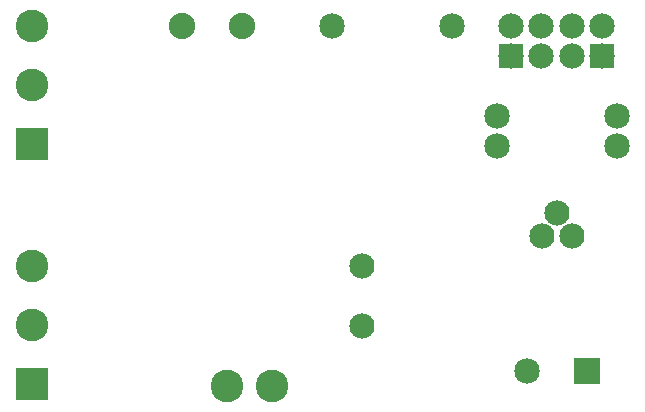
<source format=gts>
G04 MADE WITH FRITZING*
G04 WWW.FRITZING.ORG*
G04 DOUBLE SIDED*
G04 HOLES PLATED*
G04 CONTOUR ON CENTER OF CONTOUR VECTOR*
%ASAXBY*%
%FSLAX23Y23*%
%MOIN*%
%OFA0B0*%
%SFA1.0B1.0*%
%ADD10C,0.084000*%
%ADD11C,0.109055*%
%ADD12C,0.088000*%
%ADD13C,0.084472*%
%ADD14C,0.085000*%
%ADD15R,0.084472X0.084108*%
%ADD16R,0.109055X0.109055*%
%ADD17R,0.085000X0.085000*%
%LNMASK1*%
G90*
G70*
G54D10*
X1947Y684D03*
X1997Y759D03*
X2047Y684D03*
X1947Y684D03*
X1997Y759D03*
X2047Y684D03*
X1347Y584D03*
X1347Y384D03*
X1347Y584D03*
X1347Y384D03*
G54D11*
X1047Y184D03*
X897Y184D03*
G54D12*
X947Y1384D03*
X747Y1384D03*
G54D13*
X2147Y1284D03*
X2147Y1384D03*
X2047Y1284D03*
X2047Y1384D03*
X1946Y1284D03*
X1946Y1384D03*
X1846Y1284D03*
X1846Y1384D03*
X2147Y1284D03*
X2147Y1384D03*
X2047Y1284D03*
X2047Y1384D03*
X1946Y1284D03*
X1946Y1384D03*
X1846Y1284D03*
X1846Y1384D03*
G54D14*
X2197Y984D03*
X1797Y984D03*
X1797Y1084D03*
X2197Y1084D03*
G54D11*
X247Y190D03*
X247Y387D03*
X247Y584D03*
X247Y990D03*
X247Y1187D03*
X247Y1384D03*
G54D14*
X1247Y1384D03*
X1647Y1384D03*
X2097Y234D03*
X1897Y234D03*
G54D15*
X2147Y1284D03*
X2147Y1284D03*
X1846Y1284D03*
G54D16*
X247Y190D03*
X247Y990D03*
G54D17*
X2097Y234D03*
G04 End of Mask1*
M02*
</source>
